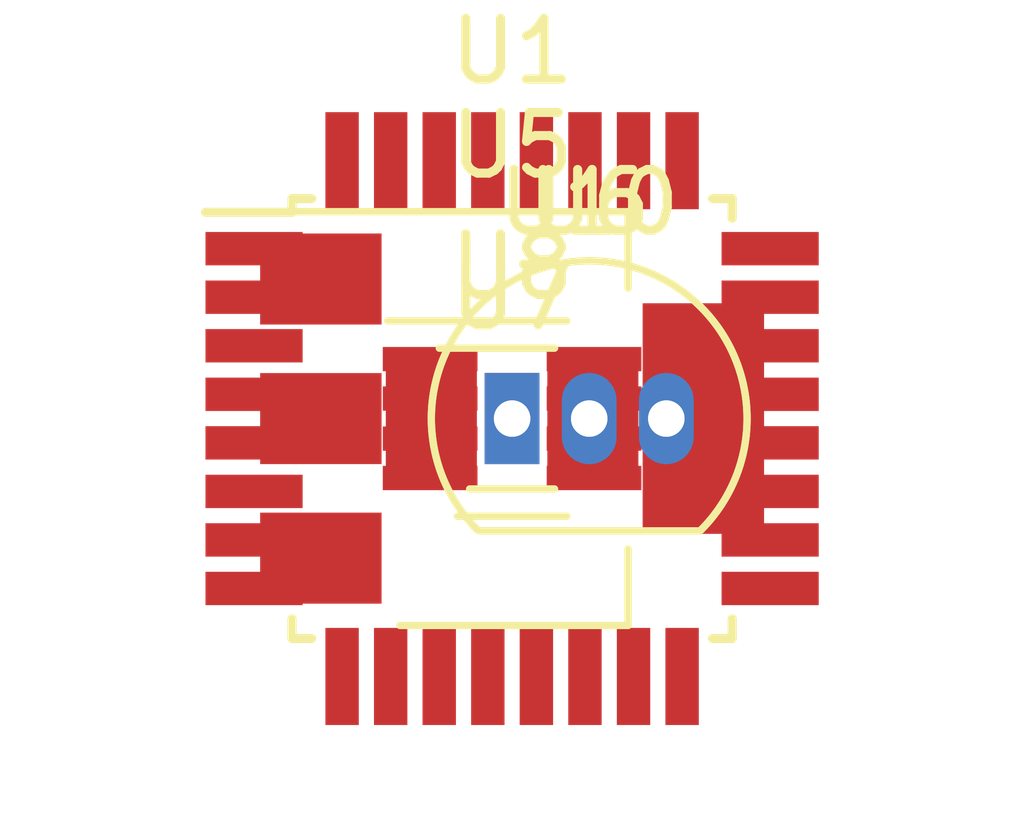
<source format=kicad_pcb>
(kicad_pcb (version 4) (host pcbnew 4.0.7-e2-6376~58~ubuntu14.04.1)

  (general
    (links 17)
    (no_connects 14)
    (area 0 0 0 0)
    (thickness 1.6)
    (drawings 0)
    (tracks 0)
    (zones 0)
    (modules 6)
    (nets 6)
  )

  (page A4)
  (layers
    (0 F.Cu signal)
    (31 B.Cu signal)
    (32 B.Adhes user)
    (33 F.Adhes user)
    (34 B.Paste user)
    (35 F.Paste user)
    (36 B.SilkS user)
    (37 F.SilkS user)
    (38 B.Mask user)
    (39 F.Mask user)
    (40 Dwgs.User user)
    (41 Cmts.User user)
    (42 Eco1.User user)
    (43 Eco2.User user)
    (44 Edge.Cuts user)
    (45 Margin user)
    (46 B.CrtYd user)
    (47 F.CrtYd user)
    (48 B.Fab user)
    (49 F.Fab user)
  )

  (setup
    (last_trace_width 0.25)
    (trace_clearance 0.2)
    (zone_clearance 0.508)
    (zone_45_only no)
    (trace_min 0.2)
    (segment_width 0.2)
    (edge_width 0.15)
    (via_size 0.6)
    (via_drill 0.4)
    (via_min_size 0.4)
    (via_min_drill 0.3)
    (uvia_size 0.3)
    (uvia_drill 0.1)
    (uvias_allowed no)
    (uvia_min_size 0.2)
    (uvia_min_drill 0.1)
    (pcb_text_width 0.3)
    (pcb_text_size 1.5 1.5)
    (mod_edge_width 0.15)
    (mod_text_size 1 1)
    (mod_text_width 0.15)
    (pad_size 1.524 1.524)
    (pad_drill 0.762)
    (pad_to_mask_clearance 0.2)
    (aux_axis_origin 0 0)
    (visible_elements FFFFFF7F)
    (pcbplotparams
      (layerselection 0x00030_80000001)
      (usegerberextensions false)
      (excludeedgelayer true)
      (linewidth 0.100000)
      (plotframeref false)
      (viasonmask false)
      (mode 1)
      (useauxorigin false)
      (hpglpennumber 1)
      (hpglpenspeed 20)
      (hpglpendiameter 15)
      (hpglpenoverlay 2)
      (psnegative false)
      (psa4output false)
      (plotreference true)
      (plotvalue true)
      (plotinvisibletext false)
      (padsonsilk false)
      (subtractmaskfromsilk false)
      (outputformat 1)
      (mirror false)
      (drillshape 1)
      (scaleselection 1)
      (outputdirectory ""))
  )

  (net 0 "")
  (net 1 GND)
  (net 2 +3V3)
  (net 3 SDA)
  (net 4 SCL)
  (net 5 +12V)

  (net_class Default "This is the default net class."
    (clearance 0.2)
    (trace_width 0.25)
    (via_dia 0.6)
    (via_drill 0.4)
    (uvia_dia 0.3)
    (uvia_drill 0.1)
    (add_net +12V)
    (add_net +3V3)
    (add_net GND)
    (add_net SCL)
    (add_net SDA)
  )

  (module Housings_QFP:TQFP-32_7x7mm_Pitch0.8mm (layer F.Cu) (tedit 58CC9A48) (tstamp 5CF5F419)
    (at 148.5011 105.0036)
    (descr "32-Lead Plastic Thin Quad Flatpack (PT) - 7x7x1.0 mm Body, 2.00 mm [TQFP] (see Microchip Packaging Specification 00000049BS.pdf)")
    (tags "QFP 0.8")
    (path /5CE13739)
    (attr smd)
    (fp_text reference U1 (at 0 -6.05) (layer F.SilkS)
      (effects (font (size 1 1) (thickness 0.15)))
    )
    (fp_text value ATMEGA328P-AU (at 0 6.05) (layer F.Fab)
      (effects (font (size 1 1) (thickness 0.15)))
    )
    (fp_text user %R (at 0 0) (layer F.Fab)
      (effects (font (size 1 1) (thickness 0.15)))
    )
    (fp_line (start -2.5 -3.5) (end 3.5 -3.5) (layer F.Fab) (width 0.15))
    (fp_line (start 3.5 -3.5) (end 3.5 3.5) (layer F.Fab) (width 0.15))
    (fp_line (start 3.5 3.5) (end -3.5 3.5) (layer F.Fab) (width 0.15))
    (fp_line (start -3.5 3.5) (end -3.5 -2.5) (layer F.Fab) (width 0.15))
    (fp_line (start -3.5 -2.5) (end -2.5 -3.5) (layer F.Fab) (width 0.15))
    (fp_line (start -5.3 -5.3) (end -5.3 5.3) (layer F.CrtYd) (width 0.05))
    (fp_line (start 5.3 -5.3) (end 5.3 5.3) (layer F.CrtYd) (width 0.05))
    (fp_line (start -5.3 -5.3) (end 5.3 -5.3) (layer F.CrtYd) (width 0.05))
    (fp_line (start -5.3 5.3) (end 5.3 5.3) (layer F.CrtYd) (width 0.05))
    (fp_line (start -3.625 -3.625) (end -3.625 -3.4) (layer F.SilkS) (width 0.15))
    (fp_line (start 3.625 -3.625) (end 3.625 -3.3) (layer F.SilkS) (width 0.15))
    (fp_line (start 3.625 3.625) (end 3.625 3.3) (layer F.SilkS) (width 0.15))
    (fp_line (start -3.625 3.625) (end -3.625 3.3) (layer F.SilkS) (width 0.15))
    (fp_line (start -3.625 -3.625) (end -3.3 -3.625) (layer F.SilkS) (width 0.15))
    (fp_line (start -3.625 3.625) (end -3.3 3.625) (layer F.SilkS) (width 0.15))
    (fp_line (start 3.625 3.625) (end 3.3 3.625) (layer F.SilkS) (width 0.15))
    (fp_line (start 3.625 -3.625) (end 3.3 -3.625) (layer F.SilkS) (width 0.15))
    (fp_line (start -3.625 -3.4) (end -5.05 -3.4) (layer F.SilkS) (width 0.15))
    (pad 1 smd rect (at -4.25 -2.8) (size 1.6 0.55) (layers F.Cu F.Paste F.Mask))
    (pad 2 smd rect (at -4.25 -2) (size 1.6 0.55) (layers F.Cu F.Paste F.Mask))
    (pad 3 smd rect (at -4.25 -1.2) (size 1.6 0.55) (layers F.Cu F.Paste F.Mask)
      (net 1 GND))
    (pad 4 smd rect (at -4.25 -0.4) (size 1.6 0.55) (layers F.Cu F.Paste F.Mask)
      (net 2 +3V3))
    (pad 5 smd rect (at -4.25 0.4) (size 1.6 0.55) (layers F.Cu F.Paste F.Mask)
      (net 1 GND))
    (pad 6 smd rect (at -4.25 1.2) (size 1.6 0.55) (layers F.Cu F.Paste F.Mask)
      (net 2 +3V3))
    (pad 7 smd rect (at -4.25 2) (size 1.6 0.55) (layers F.Cu F.Paste F.Mask))
    (pad 8 smd rect (at -4.25 2.8) (size 1.6 0.55) (layers F.Cu F.Paste F.Mask))
    (pad 9 smd rect (at -2.8 4.25 90) (size 1.6 0.55) (layers F.Cu F.Paste F.Mask))
    (pad 10 smd rect (at -2 4.25 90) (size 1.6 0.55) (layers F.Cu F.Paste F.Mask))
    (pad 11 smd rect (at -1.2 4.25 90) (size 1.6 0.55) (layers F.Cu F.Paste F.Mask))
    (pad 12 smd rect (at -0.4 4.25 90) (size 1.6 0.55) (layers F.Cu F.Paste F.Mask))
    (pad 13 smd rect (at 0.4 4.25 90) (size 1.6 0.55) (layers F.Cu F.Paste F.Mask))
    (pad 14 smd rect (at 1.2 4.25 90) (size 1.6 0.55) (layers F.Cu F.Paste F.Mask))
    (pad 15 smd rect (at 2 4.25 90) (size 1.6 0.55) (layers F.Cu F.Paste F.Mask))
    (pad 16 smd rect (at 2.8 4.25 90) (size 1.6 0.55) (layers F.Cu F.Paste F.Mask))
    (pad 17 smd rect (at 4.25 2.8) (size 1.6 0.55) (layers F.Cu F.Paste F.Mask))
    (pad 18 smd rect (at 4.25 2) (size 1.6 0.55) (layers F.Cu F.Paste F.Mask)
      (net 2 +3V3))
    (pad 19 smd rect (at 4.25 1.2) (size 1.6 0.55) (layers F.Cu F.Paste F.Mask))
    (pad 20 smd rect (at 4.25 0.4) (size 1.6 0.55) (layers F.Cu F.Paste F.Mask))
    (pad 21 smd rect (at 4.25 -0.4) (size 1.6 0.55) (layers F.Cu F.Paste F.Mask)
      (net 1 GND))
    (pad 22 smd rect (at 4.25 -1.2) (size 1.6 0.55) (layers F.Cu F.Paste F.Mask))
    (pad 23 smd rect (at 4.25 -2) (size 1.6 0.55) (layers F.Cu F.Paste F.Mask))
    (pad 24 smd rect (at 4.25 -2.8) (size 1.6 0.55) (layers F.Cu F.Paste F.Mask))
    (pad 25 smd rect (at 2.8 -4.25 90) (size 1.6 0.55) (layers F.Cu F.Paste F.Mask))
    (pad 26 smd rect (at 2 -4.25 90) (size 1.6 0.55) (layers F.Cu F.Paste F.Mask))
    (pad 27 smd rect (at 1.2 -4.25 90) (size 1.6 0.55) (layers F.Cu F.Paste F.Mask)
      (net 3 SDA))
    (pad 28 smd rect (at 0.4 -4.25 90) (size 1.6 0.55) (layers F.Cu F.Paste F.Mask)
      (net 4 SCL))
    (pad 29 smd rect (at -0.4 -4.25 90) (size 1.6 0.55) (layers F.Cu F.Paste F.Mask))
    (pad 30 smd rect (at -1.2 -4.25 90) (size 1.6 0.55) (layers F.Cu F.Paste F.Mask))
    (pad 31 smd rect (at -2 -4.25 90) (size 1.6 0.55) (layers F.Cu F.Paste F.Mask))
    (pad 32 smd rect (at -2.8 -4.25 90) (size 1.6 0.55) (layers F.Cu F.Paste F.Mask))
    (model ${KISYS3DMOD}/Housings_QFP.3dshapes/TQFP-32_7x7mm_Pitch0.8mm.wrl
      (at (xyz 0 0 0))
      (scale (xyz 1 1 1))
      (rotate (xyz 0 0 0))
    )
  )

  (module TO_SOT_Packages_SMD:SOT-223-3_TabPin2 (layer F.Cu) (tedit 58CE4E7E) (tstamp 5CF5F42F)
    (at 148.5011 105.0036)
    (descr "module CMS SOT223 4 pins")
    (tags "CMS SOT")
    (path /5CFB035B)
    (attr smd)
    (fp_text reference U5 (at 0 -4.5) (layer F.SilkS)
      (effects (font (size 1 1) (thickness 0.15)))
    )
    (fp_text value LD1117S33TR_SOT223 (at 0 4.5) (layer F.Fab)
      (effects (font (size 1 1) (thickness 0.15)))
    )
    (fp_text user %R (at 0 0 90) (layer F.Fab)
      (effects (font (size 0.8 0.8) (thickness 0.12)))
    )
    (fp_line (start 1.91 3.41) (end 1.91 2.15) (layer F.SilkS) (width 0.12))
    (fp_line (start 1.91 -3.41) (end 1.91 -2.15) (layer F.SilkS) (width 0.12))
    (fp_line (start 4.4 -3.6) (end -4.4 -3.6) (layer F.CrtYd) (width 0.05))
    (fp_line (start 4.4 3.6) (end 4.4 -3.6) (layer F.CrtYd) (width 0.05))
    (fp_line (start -4.4 3.6) (end 4.4 3.6) (layer F.CrtYd) (width 0.05))
    (fp_line (start -4.4 -3.6) (end -4.4 3.6) (layer F.CrtYd) (width 0.05))
    (fp_line (start -1.85 -2.35) (end -0.85 -3.35) (layer F.Fab) (width 0.1))
    (fp_line (start -1.85 -2.35) (end -1.85 3.35) (layer F.Fab) (width 0.1))
    (fp_line (start -1.85 3.41) (end 1.91 3.41) (layer F.SilkS) (width 0.12))
    (fp_line (start -0.85 -3.35) (end 1.85 -3.35) (layer F.Fab) (width 0.1))
    (fp_line (start -4.1 -3.41) (end 1.91 -3.41) (layer F.SilkS) (width 0.12))
    (fp_line (start -1.85 3.35) (end 1.85 3.35) (layer F.Fab) (width 0.1))
    (fp_line (start 1.85 -3.35) (end 1.85 3.35) (layer F.Fab) (width 0.1))
    (pad 2 smd rect (at 3.15 0) (size 2 3.8) (layers F.Cu F.Paste F.Mask)
      (net 2 +3V3))
    (pad 2 smd rect (at -3.15 0) (size 2 1.5) (layers F.Cu F.Paste F.Mask)
      (net 2 +3V3))
    (pad 3 smd rect (at -3.15 2.3) (size 2 1.5) (layers F.Cu F.Paste F.Mask)
      (net 5 +12V))
    (pad 1 smd rect (at -3.15 -2.3) (size 2 1.5) (layers F.Cu F.Paste F.Mask)
      (net 1 GND))
    (model ${KISYS3DMOD}/TO_SOT_Packages_SMD.3dshapes/SOT-223.wrl
      (at (xyz 0 0 0))
      (scale (xyz 1 1 1))
      (rotate (xyz 0 0 0))
    )
  )

  (module TO_SOT_Packages_THT:TO-92_Inline_Narrow_Oval (layer F.Cu) (tedit 58CE52AF) (tstamp 5CF5F441)
    (at 148.5011 105.0036)
    (descr "TO-92 leads in-line, narrow, oval pads, drill 0.6mm (see NXP sot054_po.pdf)")
    (tags "to-92 sc-43 sc-43a sot54 PA33 transistor")
    (path /5CFA0769)
    (fp_text reference U6 (at 1.27 -3.56) (layer F.SilkS)
      (effects (font (size 1 1) (thickness 0.15)))
    )
    (fp_text value L78L05_TO92 (at 1.27 2.79) (layer F.Fab)
      (effects (font (size 1 1) (thickness 0.15)))
    )
    (fp_text user %R (at 1.27 -3.56) (layer F.Fab)
      (effects (font (size 1 1) (thickness 0.15)))
    )
    (fp_line (start -0.53 1.85) (end 3.07 1.85) (layer F.SilkS) (width 0.12))
    (fp_line (start -0.5 1.75) (end 3 1.75) (layer F.Fab) (width 0.1))
    (fp_line (start -1.46 -2.73) (end 4 -2.73) (layer F.CrtYd) (width 0.05))
    (fp_line (start -1.46 -2.73) (end -1.46 2.01) (layer F.CrtYd) (width 0.05))
    (fp_line (start 4 2.01) (end 4 -2.73) (layer F.CrtYd) (width 0.05))
    (fp_line (start 4 2.01) (end -1.46 2.01) (layer F.CrtYd) (width 0.05))
    (fp_arc (start 1.27 0) (end 1.27 -2.48) (angle 135) (layer F.Fab) (width 0.1))
    (fp_arc (start 1.27 0) (end 1.27 -2.6) (angle -135) (layer F.SilkS) (width 0.12))
    (fp_arc (start 1.27 0) (end 1.27 -2.48) (angle -135) (layer F.Fab) (width 0.1))
    (fp_arc (start 1.27 0) (end 1.27 -2.6) (angle 135) (layer F.SilkS) (width 0.12))
    (pad 2 thru_hole oval (at 1.27 0 180) (size 0.9 1.5) (drill 0.6) (layers *.Cu *.Mask)
      (net 1 GND))
    (pad 3 thru_hole oval (at 2.54 0 180) (size 0.9 1.5) (drill 0.6) (layers *.Cu *.Mask)
      (net 5 +12V))
    (pad 1 thru_hole rect (at 0 0 180) (size 0.9 1.5) (drill 0.6) (layers *.Cu *.Mask))
    (model ${KISYS3DMOD}/TO_SOT_Packages_THT.3dshapes/TO-92_Inline_Narrow_Oval.wrl
      (at (xyz 0.05 0 0))
      (scale (xyz 1 1 1))
      (rotate (xyz 0 0 -90))
    )
  )

  (module TO_SOT_Packages_SMD:SOT-363_SC-70-6_Handsoldering (layer F.Cu) (tedit 58CE4E7F) (tstamp 5CF5F457)
    (at 148.5011 105.0036)
    (descr "SOT-363, SC-70-6, Handsoldering")
    (tags "SOT-363 SC-70-6 Handsoldering")
    (path /5CF192AD)
    (attr smd)
    (fp_text reference U7 (at 0 -2) (layer F.SilkS)
      (effects (font (size 1 1) (thickness 0.15)))
    )
    (fp_text value FSA3157L6X (at 0 2 180) (layer F.Fab)
      (effects (font (size 1 1) (thickness 0.15)))
    )
    (fp_text user %R (at 0 0 90) (layer F.Fab)
      (effects (font (size 0.5 0.5) (thickness 0.075)))
    )
    (fp_line (start -2.4 1.4) (end 2.4 1.4) (layer F.CrtYd) (width 0.05))
    (fp_line (start 0.7 -1.16) (end -1.2 -1.16) (layer F.SilkS) (width 0.12))
    (fp_line (start -0.7 1.16) (end 0.7 1.16) (layer F.SilkS) (width 0.12))
    (fp_line (start 2.4 1.4) (end 2.4 -1.4) (layer F.CrtYd) (width 0.05))
    (fp_line (start -2.4 -1.4) (end -2.4 1.4) (layer F.CrtYd) (width 0.05))
    (fp_line (start -2.4 -1.4) (end 2.4 -1.4) (layer F.CrtYd) (width 0.05))
    (fp_line (start 0.675 -1.1) (end -0.175 -1.1) (layer F.Fab) (width 0.1))
    (fp_line (start -0.675 -0.6) (end -0.675 1.1) (layer F.Fab) (width 0.1))
    (fp_line (start 0.675 -1.1) (end 0.675 1.1) (layer F.Fab) (width 0.1))
    (fp_line (start 0.675 1.1) (end -0.675 1.1) (layer F.Fab) (width 0.1))
    (fp_line (start -0.175 -1.1) (end -0.675 -0.6) (layer F.Fab) (width 0.1))
    (pad 1 smd rect (at -1.33 -0.65) (size 1.5 0.4) (layers F.Cu F.Paste F.Mask))
    (pad 2 smd rect (at -1.33 0) (size 1.5 0.4) (layers F.Cu F.Paste F.Mask)
      (net 1 GND))
    (pad 3 smd rect (at -1.33 0.65) (size 1.5 0.4) (layers F.Cu F.Paste F.Mask))
    (pad 4 smd rect (at 1.33 0.65) (size 1.5 0.4) (layers F.Cu F.Paste F.Mask))
    (pad 5 smd rect (at 1.33 0) (size 1.5 0.4) (layers F.Cu F.Paste F.Mask))
    (pad 6 smd rect (at 1.33 -0.65) (size 1.5 0.4) (layers F.Cu F.Paste F.Mask))
    (model ${KISYS3DMOD}/TO_SOT_Packages_SMD.3dshapes/SOT-363_SC-70-6.wrl
      (at (xyz 0 0 0))
      (scale (xyz 1 1 1))
      (rotate (xyz 0 0 0))
    )
  )

  (module TO_SOT_Packages_SMD:SOT-23-8_Handsoldering (layer F.Cu) (tedit 58CE4E7E) (tstamp 5CF5F46F)
    (at 148.5011 105.0036)
    (descr "8-pin SOT-23 package, Handsoldering, http://www.analog.com/media/en/package-pcb-resources/package/pkg_pdf/sot-23rj/rj_8.pdf")
    (tags "SOT-23-8 Handsoldering")
    (path /5CF4AAD9)
    (attr smd)
    (fp_text reference U8 (at 0 -2.5) (layer F.SilkS)
      (effects (font (size 1 1) (thickness 0.15)))
    )
    (fp_text value AD5171 (at 0 2.5) (layer F.Fab)
      (effects (font (size 1 1) (thickness 0.15)))
    )
    (fp_text user %R (at 0 0 90) (layer F.Fab)
      (effects (font (size 0.5 0.5) (thickness 0.075)))
    )
    (fp_line (start -0.9 1.61) (end 0.9 1.61) (layer F.SilkS) (width 0.12))
    (fp_line (start 0.9 -1.61) (end -2.05 -1.61) (layer F.SilkS) (width 0.12))
    (fp_line (start -2.4 1.8) (end -2.4 -1.8) (layer F.CrtYd) (width 0.05))
    (fp_line (start 2.4 1.8) (end -2.4 1.8) (layer F.CrtYd) (width 0.05))
    (fp_line (start 2.4 -1.8) (end 2.4 1.8) (layer F.CrtYd) (width 0.05))
    (fp_line (start -2.4 -1.8) (end 2.4 -1.8) (layer F.CrtYd) (width 0.05))
    (fp_line (start -0.9 -0.9) (end -0.25 -1.55) (layer F.Fab) (width 0.1))
    (fp_line (start 0.9 -1.55) (end -0.25 -1.55) (layer F.Fab) (width 0.1))
    (fp_line (start -0.9 -0.9) (end -0.9 1.55) (layer F.Fab) (width 0.1))
    (fp_line (start 0.9 1.55) (end -0.9 1.55) (layer F.Fab) (width 0.1))
    (fp_line (start 0.9 -1.55) (end 0.9 1.55) (layer F.Fab) (width 0.1))
    (pad 1 smd rect (at -1.35 -0.98) (size 1.56 0.4) (layers F.Cu F.Paste F.Mask))
    (pad 2 smd rect (at -1.35 -0.33) (size 1.56 0.4) (layers F.Cu F.Paste F.Mask)
      (net 2 +3V3))
    (pad 3 smd rect (at -1.35 0.33) (size 1.56 0.4) (layers F.Cu F.Paste F.Mask)
      (net 1 GND))
    (pad 4 smd rect (at -1.35 0.98) (size 1.56 0.4) (layers F.Cu F.Paste F.Mask)
      (net 4 SCL))
    (pad 5 smd rect (at 1.35 0.98) (size 1.56 0.4) (layers F.Cu F.Paste F.Mask)
      (net 3 SDA))
    (pad 6 smd rect (at 1.35 0.33) (size 1.56 0.4) (layers F.Cu F.Paste F.Mask))
    (pad 7 smd rect (at 1.35 -0.33) (size 1.56 0.4) (layers F.Cu F.Paste F.Mask)
      (net 1 GND))
    (pad 8 smd rect (at 1.35 -0.98) (size 1.56 0.4) (layers F.Cu F.Paste F.Mask))
    (model ${KISYS3DMOD}/TO_SOT_Packages_SMD.3dshapes\SOT-23-8.wrl
      (at (xyz 0 0 0))
      (scale (xyz 1 1 1))
      (rotate (xyz 0 0 0))
    )
  )

  (module TO_SOT_Packages_THT:TO-92_Inline_Narrow_Oval (layer F.Cu) (tedit 58CE52AF) (tstamp 5CF5F481)
    (at 148.5011 105.0036)
    (descr "TO-92 leads in-line, narrow, oval pads, drill 0.6mm (see NXP sot054_po.pdf)")
    (tags "to-92 sc-43 sc-43a sot54 PA33 transistor")
    (path /5CF3C95A)
    (fp_text reference U10 (at 1.27 -3.56) (layer F.SilkS)
      (effects (font (size 1 1) (thickness 0.15)))
    )
    (fp_text value L78L06_TO92 (at 1.27 2.79) (layer F.Fab)
      (effects (font (size 1 1) (thickness 0.15)))
    )
    (fp_text user %R (at 1.27 -3.56) (layer F.Fab)
      (effects (font (size 1 1) (thickness 0.15)))
    )
    (fp_line (start -0.53 1.85) (end 3.07 1.85) (layer F.SilkS) (width 0.12))
    (fp_line (start -0.5 1.75) (end 3 1.75) (layer F.Fab) (width 0.1))
    (fp_line (start -1.46 -2.73) (end 4 -2.73) (layer F.CrtYd) (width 0.05))
    (fp_line (start -1.46 -2.73) (end -1.46 2.01) (layer F.CrtYd) (width 0.05))
    (fp_line (start 4 2.01) (end 4 -2.73) (layer F.CrtYd) (width 0.05))
    (fp_line (start 4 2.01) (end -1.46 2.01) (layer F.CrtYd) (width 0.05))
    (fp_arc (start 1.27 0) (end 1.27 -2.48) (angle 135) (layer F.Fab) (width 0.1))
    (fp_arc (start 1.27 0) (end 1.27 -2.6) (angle -135) (layer F.SilkS) (width 0.12))
    (fp_arc (start 1.27 0) (end 1.27 -2.48) (angle -135) (layer F.Fab) (width 0.1))
    (fp_arc (start 1.27 0) (end 1.27 -2.6) (angle 135) (layer F.SilkS) (width 0.12))
    (pad 2 thru_hole oval (at 1.27 0 180) (size 0.9 1.5) (drill 0.6) (layers *.Cu *.Mask)
      (net 1 GND))
    (pad 3 thru_hole oval (at 2.54 0 180) (size 0.9 1.5) (drill 0.6) (layers *.Cu *.Mask)
      (net 5 +12V))
    (pad 1 thru_hole rect (at 0 0 180) (size 0.9 1.5) (drill 0.6) (layers *.Cu *.Mask))
    (model ${KISYS3DMOD}/TO_SOT_Packages_THT.3dshapes/TO-92_Inline_Narrow_Oval.wrl
      (at (xyz 0.05 0 0))
      (scale (xyz 1 1 1))
      (rotate (xyz 0 0 -90))
    )
  )

)

</source>
